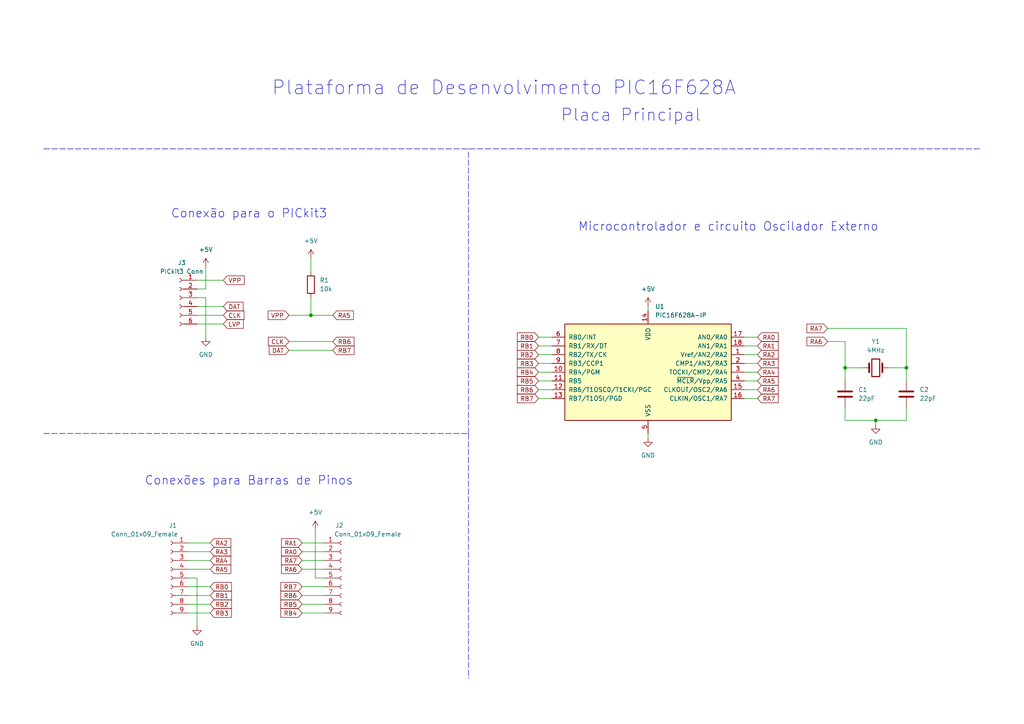
<source format=kicad_sch>
(kicad_sch (version 20211123) (generator eeschema)
  (paper "A4")
  (title_block (title "Plataforma de Desenvolvimento PIC16F628A") (date "2022-09-19") (rev "Arthur Castro"))
  (lib_symbols
    (symbol "Connector:Conn_01x06_Female" (pin_names (offset 1.016) hide)
      (property "Reference" "J" (at 0 7.62 0))
      (property "Value" "Conn_01x06_Female" (at 0 -10.16 0))
      (symbol "Conn_01x06_Female_1_1"
        (arc (start 0 -7.112) (mid -0.508 -7.62) (end 0 -8.128) (stroke (width 0.1524)))
        (arc (start 0 -4.572) (mid -0.508 -5.08) (end 0 -5.588) (stroke (width 0.1524)))
        (arc (start 0 -2.032) (mid -0.508 -2.54) (end 0 -3.048) (stroke (width 0.1524)))
        (polyline (pts (xy -1.27 -7.62) (xy -0.508 -7.62)) (stroke (width 0.1524)))
        (polyline (pts (xy -1.27 -5.08) (xy -0.508 -5.08)) (stroke (width 0.1524)))
        (polyline (pts (xy -1.27 -2.54) (xy -0.508 -2.54)) (stroke (width 0.1524)))
        (polyline (pts (xy -1.27 0) (xy -0.508 0)) (stroke (width 0.1524)))
        (polyline (pts (xy -1.27 2.54) (xy -0.508 2.54)) (stroke (width 0.1524)))
        (polyline (pts (xy -1.27 5.08) (xy -0.508 5.08)) (stroke (width 0.1524)))
        (arc (start 0 0.508) (mid -0.508 0) (end 0 -0.508) (stroke (width 0.1524)))
        (arc (start 0 3.048) (mid -0.508 2.54) (end 0 2.032) (stroke (width 0.1524)))
        (arc (start 0 5.588) (mid -0.508 5.08) (end 0 4.572) (stroke (width 0.1524)))
        (pin passive line (at -5.08 5.08 0) (length 3.81) (name "Pin_1") (number "1"))
        (pin passive line (at -5.08 2.54 0) (length 3.81) (name "Pin_2") (number "2"))
        (pin passive line (at -5.08 0 0) (length 3.81) (name "Pin_3") (number "3"))
        (pin passive line (at -5.08 -2.54 0) (length 3.81) (name "Pin_4") (number "4"))
        (pin passive line (at -5.08 -5.08 0) (length 3.81) (name "Pin_5") (number "5"))
        (pin passive line (at -5.08 -7.62 0) (length 3.81) (name "Pin_6") (number "6"))
      )
    )
    (symbol "Connector:Conn_01x09_Female" (pin_names (offset 1.016) hide)
      (property "Reference" "J" (at 0 12.7 0))
      (property "Value" "Conn_01x09_Female" (at 0 -12.7 0))
      (symbol "Conn_01x09_Female_1_1"
        (arc (start 0 -9.652) (mid -0.508 -10.16) (end 0 -10.668) (stroke (width 0.1524)))
        (arc (start 0 -7.112) (mid -0.508 -7.62) (end 0 -8.128) (stroke (width 0.1524)))
        (arc (start 0 -4.572) (mid -0.508 -5.08) (end 0 -5.588) (stroke (width 0.1524)))
        (arc (start 0 -2.032) (mid -0.508 -2.54) (end 0 -3.048) (stroke (width 0.1524)))
        (polyline (pts (xy -1.27 -10.16) (xy -0.508 -10.16)) (stroke (width 0.1524)))
        (polyline (pts (xy -1.27 -7.62) (xy -0.508 -7.62)) (stroke (width 0.1524)))
        (polyline (pts (xy -1.27 -5.08) (xy -0.508 -5.08)) (stroke (width 0.1524)))
        (polyline (pts (xy -1.27 -2.54) (xy -0.508 -2.54)) (stroke (width 0.1524)))
        (polyline (pts (xy -1.27 0) (xy -0.508 0)) (stroke (width 0.1524)))
        (polyline (pts (xy -1.27 2.54) (xy -0.508 2.54)) (stroke (width 0.1524)))
        (polyline (pts (xy -1.27 5.08) (xy -0.508 5.08)) (stroke (width 0.1524)))
        (polyline (pts (xy -1.27 7.62) (xy -0.508 7.62)) (stroke (width 0.1524)))
        (polyline (pts (xy -1.27 10.16) (xy -0.508 10.16)) (stroke (width 0.1524)))
        (arc (start 0 0.508) (mid -0.508 0) (end 0 -0.508) (stroke (width 0.1524)))
        (arc (start 0 3.048) (mid -0.508 2.54) (end 0 2.032) (stroke (width 0.1524)))
        (arc (start 0 5.588) (mid -0.508 5.08) (end 0 4.572) (stroke (width 0.1524)))
        (arc (start 0 8.128) (mid -0.508 7.62) (end 0 7.112) (stroke (width 0.1524)))
        (arc (start 0 10.668) (mid -0.508 10.16) (end 0 9.652) (stroke (width 0.1524)))
        (pin passive line (at -5.08 10.16 0) (length 3.81) (name "Pin_1") (number "1"))
        (pin passive line (at -5.08 7.62 0) (length 3.81) (name "Pin_2") (number "2"))
        (pin passive line (at -5.08 5.08 0) (length 3.81) (name "Pin_3") (number "3"))
        (pin passive line (at -5.08 2.54 0) (length 3.81) (name "Pin_4") (number "4"))
        (pin passive line (at -5.08 0 0) (length 3.81) (name "Pin_5") (number "5"))
        (pin passive line (at -5.08 -2.54 0) (length 3.81) (name "Pin_6") (number "6"))
        (pin passive line (at -5.08 -5.08 0) (length 3.81) (name "Pin_7") (number "7"))
        (pin passive line (at -5.08 -7.62 0) (length 3.81) (name "Pin_8") (number "8"))
        (pin passive line (at -5.08 -10.16 0) (length 3.81) (name "Pin_9") (number "9"))
      )
    )
    (symbol "Device:C" (pin_numbers hide) (pin_names (offset 0.254))
      (property "Reference" "C" (at 0.635 2.54 0))
      (property "Value" "C" (at 0.635 -2.54 0))
      (symbol "C_0_1"
        (polyline (pts (xy -2.032 -0.762) (xy 2.032 -0.762)) (stroke (width 0.508)))
        (polyline (pts (xy -2.032 0.762) (xy 2.032 0.762)) (stroke (width 0.508)))
      )
      (symbol "C_1_1"
        (pin passive line (at 0 3.81 270) (length 2.794) (name "~") (number "1"))
        (pin passive line (at 0 -3.81 90) (length 2.794) (name "~") (number "2"))
      )
    )
    (symbol "Device:Crystal" (pin_numbers hide) (pin_names (offset 1.016) hide)
      (property "Reference" "Y" (at 0 3.81 0))
      (property "Value" "Crystal" (at 0 -3.81 0))
      (symbol "Crystal_0_1"
        (rectangle (start -1.143 2.54) (end 1.143 -2.54) (stroke (width 0.3048)))
        (polyline (pts (xy -2.54 0) (xy -1.905 0)))
        (polyline (pts (xy -1.905 -1.27) (xy -1.905 1.27)) (stroke (width 0.508)))
        (polyline (pts (xy 1.905 -1.27) (xy 1.905 1.27)) (stroke (width 0.508)))
        (polyline (pts (xy 2.54 0) (xy 1.905 0)))
      )
      (symbol "Crystal_1_1"
        (pin passive line (at -3.81 0 0) (length 1.27) (name "1") (number "1"))
        (pin passive line (at 3.81 0 180) (length 1.27) (name "2") (number "2"))
      )
    )
    (symbol "Device:R" (pin_numbers hide) (pin_names (offset 0))
      (property "Reference" "R" (at 2.032 0 90))
      (property "Value" "R" (at 0 0 90))
      (symbol "R_0_1"
        (rectangle (start -1.016 -2.54) (end 1.016 2.54) (stroke (width 0.254)))
      )
      (symbol "R_1_1"
        (pin passive line (at 0 3.81 270) (length 1.27) (name "~") (number "1"))
        (pin passive line (at 0 -3.81 90) (length 1.27) (name "~") (number "2"))
      )
    )
    (symbol "MCU_Microchip_PIC16:PIC16F628A-IP" (pin_names (offset 1.016))
      (property "Reference" "U" (at -24.13 17.78 0))
      (property "Value" "PIC16F628A-IP" (at -24.13 15.24 0))
      (symbol "PIC16F628A-IP_0_1"
        (rectangle (start 24.13 13.97) (end -24.13 -13.97) (stroke (width 0.254)) (fill (type background)))
      )
      (symbol "PIC16F628A-IP_1_1"
        (pin bidirectional line (at 27.94 5.08 180) (length 3.81) (name "Vref/AN2/RA2") (number "1"))
        (pin bidirectional line (at -27.94 0 0) (length 3.81) (name "RB4/PGM") (number "10"))
        (pin bidirectional line (at -27.94 -2.54 0) (length 3.81) (name "RB5") (number "11"))
        (pin bidirectional line (at -27.94 -5.08 0) (length 3.81) (name "RB6/T1OSC0/T1CKI/PGC") (number "12"))
        (pin bidirectional line (at -27.94 -7.62 0) (length 3.81) (name "RB7/T1OSI/PGD") (number "13"))
        (pin power_in line (at 0 17.78 270) (length 3.81) (name "VDD") (number "14"))
        (pin bidirectional line (at 27.94 -5.08 180) (length 3.81) (name "CLKOUT/OSC2/RA6") (number "15"))
        (pin bidirectional line (at 27.94 -7.62 180) (length 3.81) (name "CLKIN/OSC1/RA7") (number "16"))
        (pin bidirectional line (at 27.94 10.16 180) (length 3.81) (name "AN0/RA0") (number "17"))
        (pin bidirectional line (at 27.94 7.62 180) (length 3.81) (name "AN1/RA1") (number "18"))
        (pin bidirectional line (at 27.94 2.54 180) (length 3.81) (name "CMP1/AN3/RA3") (number "2"))
        (pin bidirectional line (at 27.94 0 180) (length 3.81) (name "TOCKI/CMP2/RA4") (number "3"))
        (pin input line (at 27.94 -2.54 180) (length 3.81) (name "~{MCLR}/Vpp/RA5") (number "4"))
        (pin power_in line (at 0 -17.78 90) (length 3.81) (name "VSS") (number "5"))
        (pin bidirectional line (at -27.94 10.16 0) (length 3.81) (name "RB0/INT") (number "6"))
        (pin bidirectional line (at -27.94 7.62 0) (length 3.81) (name "RB1/RX/DT") (number "7"))
        (pin bidirectional line (at -27.94 5.08 0) (length 3.81) (name "RB2/TX/CK") (number "8"))
        (pin bidirectional line (at -27.94 2.54 0) (length 3.81) (name "RB3/CCP1") (number "9"))
      )
    )
    (symbol "power:+5V" (power) (pin_names (offset 0))
      (property "Value" "+5V" (at 0 3.556 0))
      (symbol "+5V_0_1"
        (polyline (pts (xy -0.762 1.27) (xy 0 2.54)))
        (polyline (pts (xy 0 0) (xy 0 2.54)))
        (polyline (pts (xy 0 2.54) (xy 0.762 1.27)))
      )
      (symbol "+5V_1_1"
        (pin power_in line (at 0 0 90) (length 0) hide (name "+5V") (number "1"))
      )
    )
    (symbol "power:GND" (power) (pin_names (offset 0))
      (property "Value" "GND" (at 0 -3.81 0))
      (symbol "GND_0_1"
        (polyline (pts (xy 0 0) (xy 0 -1.27) (xy 1.27 -1.27) (xy 0 -2.54) (xy -1.27 -1.27) (xy 0 -1.27)))
      )
      (symbol "GND_1_1"
        (pin power_in line (at 0 0 270) (length 0) hide (name "GND") (number "1"))
      )
    )
  )
  (junction (at 245.11 106.68))
  (junction (at 254 121.92))
  (junction (at 90.17 91.44))
  (junction (at 262.89 106.68))
  (wire (pts (xy 54.61 172.72) (xy 60.96 172.72)))
  (wire (pts (xy 93.98 177.8) (xy 87.63 177.8)))
  (polyline (pts (xy 12.7 43.18) (xy 284.48 43.18)))
  (wire (pts (xy 83.82 91.44) (xy 90.17 91.44)))
  (wire (pts (xy 64.77 88.9) (xy 57.15 88.9)))
  (wire (pts (xy 262.89 95.25) (xy 262.89 106.68)))
  (wire (pts (xy 156.21 105.41) (xy 160.02 105.41)))
  (wire (pts (xy 57.15 167.64) (xy 54.61 167.64)))
  (wire (pts (xy 93.98 172.72) (xy 87.63 172.72)))
  (wire (pts (xy 90.17 86.36) (xy 90.17 91.44)))
  (wire (pts (xy 254 121.92) (xy 254 123.19)))
  (wire (pts (xy 187.96 125.73) (xy 187.96 127)))
  (wire (pts (xy 219.71 97.79) (xy 215.9 97.79)))
  (wire (pts (xy 54.61 165.1) (xy 60.96 165.1)))
  (wire (pts (xy 90.17 91.44) (xy 96.52 91.44)))
  (wire (pts (xy 219.71 102.87) (xy 215.9 102.87)))
  (wire (pts (xy 93.98 165.1) (xy 87.63 165.1)))
  (wire (pts (xy 240.03 99.06) (xy 245.11 99.06)))
  (wire (pts (xy 245.11 106.68) (xy 245.11 110.49)))
  (wire (pts (xy 156.21 115.57) (xy 160.02 115.57)))
  (wire (pts (xy 156.21 100.33) (xy 160.02 100.33)))
  (wire (pts (xy 250.19 106.68) (xy 245.11 106.68)))
  (wire (pts (xy 93.98 170.18) (xy 87.63 170.18)))
  (wire (pts (xy 262.89 121.92) (xy 262.89 118.11)))
  (wire (pts (xy 156.21 102.87) (xy 160.02 102.87)))
  (wire (pts (xy 156.21 107.95) (xy 160.02 107.95)))
  (wire (pts (xy 59.69 77.47) (xy 59.69 83.82)))
  (polyline (pts (xy 135.89 125.73) (xy 135.89 43.18)))
  (wire (pts (xy 54.61 170.18) (xy 60.96 170.18)))
  (wire (pts (xy 240.03 95.25) (xy 262.89 95.25)))
  (wire (pts (xy 156.21 110.49) (xy 160.02 110.49)))
  (wire (pts (xy 254 121.92) (xy 262.89 121.92)))
  (wire (pts (xy 91.44 167.64) (xy 93.98 167.64)))
  (wire (pts (xy 54.61 162.56) (xy 60.96 162.56)))
  (wire (pts (xy 219.71 100.33) (xy 215.9 100.33)))
  (wire (pts (xy 64.77 93.98) (xy 57.15 93.98)))
  (wire (pts (xy 187.96 88.9) (xy 187.96 90.17)))
  (wire (pts (xy 91.44 153.67) (xy 91.44 167.64)))
  (polyline (pts (xy 135.89 125.73) (xy 135.89 196.85)))
  (wire (pts (xy 59.69 86.36) (xy 59.69 97.79)))
  (wire (pts (xy 57.15 86.36) (xy 59.69 86.36)))
  (wire (pts (xy 93.98 162.56) (xy 87.63 162.56)))
  (wire (pts (xy 93.98 160.02) (xy 87.63 160.02)))
  (wire (pts (xy 245.11 118.11) (xy 245.11 121.92)))
  (wire (pts (xy 90.17 74.93) (xy 90.17 78.74)))
  (wire (pts (xy 245.11 99.06) (xy 245.11 106.68)))
  (wire (pts (xy 262.89 106.68) (xy 262.89 110.49)))
  (wire (pts (xy 57.15 181.61) (xy 57.15 167.64)))
  (wire (pts (xy 219.71 115.57) (xy 215.9 115.57)))
  (wire (pts (xy 83.82 101.6) (xy 96.52 101.6)))
  (wire (pts (xy 156.21 113.03) (xy 160.02 113.03)))
  (wire (pts (xy 219.71 110.49) (xy 215.9 110.49)))
  (wire (pts (xy 54.61 177.8) (xy 60.96 177.8)))
  (wire (pts (xy 93.98 157.48) (xy 87.63 157.48)))
  (wire (pts (xy 54.61 160.02) (xy 60.96 160.02)))
  (wire (pts (xy 83.82 99.06) (xy 96.52 99.06)))
  (polyline (pts (xy 12.7 125.73) (xy 135.89 125.73)))
  (wire (pts (xy 59.69 83.82) (xy 57.15 83.82)))
  (wire (pts (xy 219.71 113.03) (xy 215.9 113.03)))
  (wire (pts (xy 54.61 175.26) (xy 60.96 175.26)))
  (wire (pts (xy 245.11 121.92) (xy 254 121.92)))
  (wire (pts (xy 257.81 106.68) (xy 262.89 106.68)))
  (wire (pts (xy 64.77 91.44) (xy 57.15 91.44)))
  (wire (pts (xy 156.21 97.79) (xy 160.02 97.79)))
  (wire (pts (xy 54.61 157.48) (xy 60.96 157.48)))
  (wire (pts (xy 64.77 81.28) (xy 57.15 81.28)))
  (wire (pts (xy 93.98 175.26) (xy 87.63 175.26)))
  (wire (pts (xy 219.71 105.41) (xy 215.9 105.41)))
  (wire (pts (xy 219.71 107.95) (xy 215.9 107.95)))
  (text "Plataforma de Desenvolvimento PIC16F628A" (at 78.74 27.94 0) (effects (font (size 4 4)) (justify left bottom)))
  (text "Conexão para o PICkit3" (at 49.53 63.5 0) (effects (font (size 2.5 2.5)) (justify left bottom)))
  (text "Conexões para Barras de Pinos" (at 41.91 140.97 0) (effects (font (size 2.5 2.5)) (justify left bottom)))
  (text "Placa Principal" (at 162.56 35.56 0) (effects (font (size 3.5 3.5)) (justify left bottom)))
  (text "Microcontrolador e circuito Oscilador Externo" (at 167.64 67.31 0) (effects (font (size 2.5 2.5)) (justify left bottom)))
  (global_label "RB1" (shape input) (at 60.96 172.72 0) (property "Intersheet References" "${INTERSHEET_REFS}" (effects hide)))
  (global_label "RB5" (shape input) (at 156.21 110.49 180) (property "Intersheet References" "${INTERSHEET_REFS}" (effects hide)))
  (global_label "RA3" (shape input) (at 60.96 160.02 0) (property "Intersheet References" "${INTERSHEET_REFS}" (effects hide)))
  (global_label "CLK" (shape input) (at 64.77 91.44 0) (property "Intersheet References" "${INTERSHEET_REFS}" (effects hide)))
  (global_label "LVP" (shape input) (at 64.77 93.98 0) (property "Intersheet References" "${INTERSHEET_REFS}" (effects hide)))
  (global_label "RB7" (shape input) (at 96.52 101.6 0) (property "Intersheet References" "${INTERSHEET_REFS}" (effects hide)))
  (global_label "VPP" (shape input) (at 83.82 91.44 180) (property "Intersheet References" "${INTERSHEET_REFS}" (effects hide)))
  (global_label "RB6" (shape input) (at 87.63 172.72 180) (property "Intersheet References" "${INTERSHEET_REFS}" (effects hide)))
  (global_label "RA6" (shape input) (at 240.03 99.06 180) (property "Intersheet References" "${INTERSHEET_REFS}" (effects hide)))
  (global_label "RB3" (shape input) (at 60.96 177.8 0) (property "Intersheet References" "${INTERSHEET_REFS}" (effects hide)))
  (global_label "RA3" (shape input) (at 219.71 105.41 0) (property "Intersheet References" "${INTERSHEET_REFS}" (effects hide)))
  (global_label "RB6" (shape input) (at 96.52 99.06 0) (property "Intersheet References" "${INTERSHEET_REFS}" (effects hide)))
  (global_label "RA2" (shape input) (at 60.96 157.48 0) (property "Intersheet References" "${INTERSHEET_REFS}" (effects hide)))
  (global_label "RB7" (shape input) (at 156.21 115.57 180) (property "Intersheet References" "${INTERSHEET_REFS}" (effects hide)))
  (global_label "RB7" (shape input) (at 87.63 170.18 180) (property "Intersheet References" "${INTERSHEET_REFS}" (effects hide)))
  (global_label "RA0" (shape input) (at 87.63 160.02 180) (property "Intersheet References" "${INTERSHEET_REFS}" (effects hide)))
  (global_label "RB0" (shape input) (at 60.96 170.18 0) (property "Intersheet References" "${INTERSHEET_REFS}" (effects hide)))
  (global_label "CLK" (shape input) (at 83.82 99.06 180) (property "Intersheet References" "${INTERSHEET_REFS}" (effects hide)))
  (global_label "RA7" (shape input) (at 87.63 162.56 180) (property "Intersheet References" "${INTERSHEET_REFS}" (effects hide)))
  (global_label "DAT" (shape input) (at 64.77 88.9 0) (property "Intersheet References" "${INTERSHEET_REFS}" (effects hide)))
  (global_label "DAT" (shape input) (at 83.82 101.6 180) (property "Intersheet References" "${INTERSHEET_REFS}" (effects hide)))
  (global_label "RA4" (shape input) (at 60.96 162.56 0) (property "Intersheet References" "${INTERSHEET_REFS}" (effects hide)))
  (global_label "RB3" (shape input) (at 156.21 105.41 180) (property "Intersheet References" "${INTERSHEET_REFS}" (effects hide)))
  (global_label "RB4" (shape input) (at 156.21 107.95 180) (property "Intersheet References" "${INTERSHEET_REFS}" (effects hide)))
  (global_label "RA1" (shape input) (at 87.63 157.48 180) (property "Intersheet References" "${INTERSHEET_REFS}" (effects hide)))
  (global_label "RA7" (shape input) (at 219.71 115.57 0) (property "Intersheet References" "${INTERSHEET_REFS}" (effects hide)))
  (global_label "RB1" (shape input) (at 156.21 100.33 180) (property "Intersheet References" "${INTERSHEET_REFS}" (effects hide)))
  (global_label "VPP" (shape input) (at 64.77 81.28 0) (property "Intersheet References" "${INTERSHEET_REFS}" (effects hide)))
  (global_label "RA0" (shape input) (at 219.71 97.79 0) (property "Intersheet References" "${INTERSHEET_REFS}" (effects hide)))
  (global_label "RA4" (shape input) (at 219.71 107.95 0) (property "Intersheet References" "${INTERSHEET_REFS}" (effects hide)))
  (global_label "RB2" (shape input) (at 156.21 102.87 180) (property "Intersheet References" "${INTERSHEET_REFS}" (effects hide)))
  (global_label "RB2" (shape input) (at 60.96 175.26 0) (property "Intersheet References" "${INTERSHEET_REFS}" (effects hide)))
  (global_label "RB0" (shape input) (at 156.21 97.79 180) (property "Intersheet References" "${INTERSHEET_REFS}" (effects hide)))
  (global_label "RA7" (shape input) (at 240.03 95.25 180) (property "Intersheet References" "${INTERSHEET_REFS}" (effects hide)))
  (global_label "RB6" (shape input) (at 156.21 113.03 180) (property "Intersheet References" "${INTERSHEET_REFS}" (effects hide)))
  (global_label "RA1" (shape input) (at 219.71 100.33 0) (property "Intersheet References" "${INTERSHEET_REFS}" (effects hide)))
  (global_label "RA6" (shape input) (at 87.63 165.1 180) (property "Intersheet References" "${INTERSHEET_REFS}" (effects hide)))
  (global_label "RB5" (shape input) (at 87.63 175.26 180) (property "Intersheet References" "${INTERSHEET_REFS}" (effects hide)))
  (global_label "RA5" (shape input) (at 96.52 91.44 0) (property "Intersheet References" "${INTERSHEET_REFS}" (effects hide)))
  (global_label "RA5" (shape input) (at 60.96 165.1 0) (property "Intersheet References" "${INTERSHEET_REFS}" (effects hide)))
  (global_label "RA2" (shape input) (at 219.71 102.87 0) (property "Intersheet References" "${INTERSHEET_REFS}" (effects hide)))
  (global_label "RB4" (shape input) (at 87.63 177.8 180) (property "Intersheet References" "${INTERSHEET_REFS}" (effects hide)))
  (global_label "RA5" (shape input) (at 219.71 110.49 0) (property "Intersheet References" "${INTERSHEET_REFS}" (effects hide)))
  (global_label "RA6" (shape input) (at 219.71 113.03 0) (property "Intersheet References" "${INTERSHEET_REFS}" (effects hide)))
  (symbol (lib_id "Device:R") (at 90.17 82.55 0) (unit 1)
    (property "Reference" "R1" (at 92.71 81.2799 0) (effects (justify left)))
    (property "Value" "10k" (at 92.71 83.8199 0) (effects (justify left)))
    (property "Footprint" "Resistor_THT:R_Axial_DIN0207_L6.3mm_D2.5mm_P10.16mm_Horizontal" (effects hide))
  )
  (symbol (lib_id "power:+5V") (at 59.69 77.47 0) (mirror y) (unit 1)
    (property "Reference" "#PWR0102" (effects hide))
    (property "Value" "+5V" (at 59.69 72.39 0))
  )
  (symbol (lib_id "MCU_Microchip_PIC16:PIC16F628A-IP") (at 187.96 107.95 0) (unit 1)
    (property "Reference" "U1" (at 189.9794 88.9 0) (effects (justify left)))
    (property "Value" "PIC16F628A-IP" (at 189.9794 91.44 0) (effects (justify left)))
    (property "Footprint" "Package_DIP:DIP-18_W7.62mm_LongPads" (effects hide))
    (property "Datasheet" "http://ww1.microchip.com/downloads/en/DeviceDoc/40300c.pdf" (effects hide))
  )
  (symbol (lib_id "Device:C") (at 245.11 114.3 0) (unit 1)
    (property "Reference" "C1" (at 248.92 113.0299 0) (effects (justify left)))
    (property "Value" "22pF" (at 248.92 115.5699 0) (effects (justify left)))
    (property "Footprint" "Capacitor_THT:C_Disc_D5.0mm_W2.5mm_P5.00mm" (effects hide))
  )
  (symbol (lib_id "power:GND") (at 57.15 181.61 0) (unit 1)
    (property "Reference" "#PWR0104" (effects hide))
    (property "Value" "GND" (at 57.15 186.69 0))
  )
  (symbol (lib_id "Connector:Conn_01x09_Female") (at 49.53 167.64 0) (mirror y) (unit 1)
    (property "Reference" "J1" (at 50.165 152.4 0))
    (property "Value" "Conn_01x09_Female" (at 41.91 154.94 0))
    (property "Footprint" "Connector_PinSocket_2.54mm:PinSocket_1x09_P2.54mm_Vertical" (effects hide))
  )
  (symbol (lib_id "power:+5V") (at 90.17 74.93 0) (unit 1)
    (property "Reference" "#PWR0101" (effects hide))
    (property "Value" "+5V" (at 90.17 69.85 0))
  )
  (symbol (lib_id "power:GND") (at 187.96 127 0) (unit 1)
    (property "Reference" "#PWR0105" (effects hide))
    (property "Value" "GND" (at 187.96 132.08 0))
  )
  (symbol (lib_id "Connector:Conn_01x09_Female") (at 99.06 167.64 0) (unit 1)
    (property "Reference" "J2" (at 98.425 152.4 0))
    (property "Value" "Conn_01x09_Female" (at 106.68 154.94 0))
    (property "Footprint" "Connector_PinSocket_2.54mm:PinSocket_1x09_P2.54mm_Vertical" (effects hide))
  )
  (symbol (lib_id "Device:C") (at 262.89 114.3 0) (unit 1)
    (property "Reference" "C2" (at 266.7 113.0299 0) (effects (justify left)))
    (property "Value" "22pF" (at 266.7 115.5699 0) (effects (justify left)))
    (property "Footprint" "Capacitor_THT:C_Disc_D5.0mm_W2.5mm_P5.00mm" (effects hide))
  )
  (symbol (lib_id "power:GND") (at 59.69 97.79 0) (mirror y) (unit 1)
    (property "Reference" "#PWR0108" (effects hide))
    (property "Value" "GND" (at 59.69 102.87 0))
  )
  (symbol (lib_id "Connector:Conn_01x06_Female") (at 52.07 86.36 0) (mirror y) (unit 1)
    (property "Reference" "J3" (at 52.705 76.2 0))
    (property "Value" "PICkit3 Conn" (at 52.705 78.74 0))
    (property "Footprint" "Connector_PinHeader_2.54mm:PinHeader_1x06_P2.54mm_Horizontal" (effects hide))
  )
  (symbol (lib_id "power:+5V") (at 91.44 153.67 0) (unit 1)
    (property "Reference" "#PWR0103" (effects hide))
    (property "Value" "+5V" (at 91.44 148.59 0))
  )
  (symbol (lib_id "Device:Crystal") (at 254 106.68 0) (unit 1)
    (property "Reference" "Y1" (at 254 99.06 0))
    (property "Value" "4MHz" (at 254 101.6 0))
    (property "Footprint" "Crystal:Crystal_HC49-4H_Vertical" (effects hide))
  )
  (symbol (lib_id "power:+5V") (at 187.96 88.9 0) (unit 1)
    (property "Reference" "#PWR0106" (effects hide))
    (property "Value" "+5V" (at 187.96 83.82 0))
  )
  (symbol (lib_id "power:GND") (at 254 123.19 0) (unit 1)
    (property "Reference" "#PWR0107" (effects hide))
    (property "Value" "GND" (at 254 128.27 0))
  )
)
</source>
